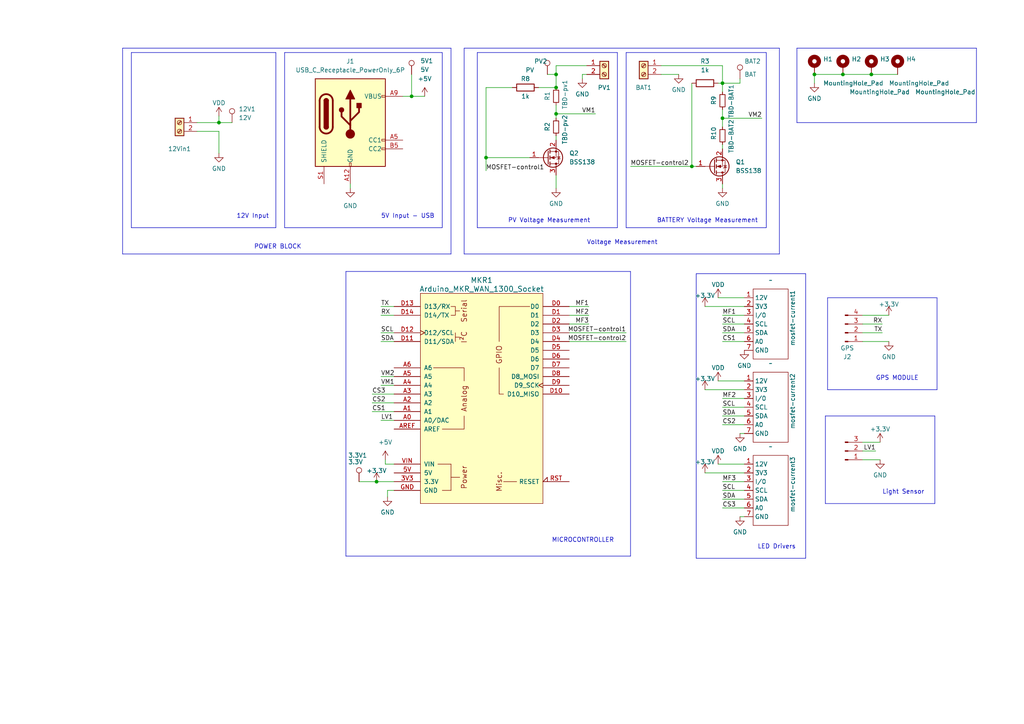
<source format=kicad_sch>
(kicad_sch (version 20230121) (generator eeschema)
  (paper "A4")
  (lib_symbols
    (symbol "Connector:Conn_01x03_Pin" (pin_names (offset 1.016) hide)
      (property "Reference" "J" (at 0 5.08 0))
      (property "Value" "Conn_01x03_Pin" (at 0 -5.08 0))
      (symbol "Conn_01x03_Pin_1_1"
        (polyline (pts (xy 1.27 -2.54) (xy 0.8636 -2.54)) (stroke (width 0.1524)))
        (polyline (pts (xy 1.27 0) (xy 0.8636 0)) (stroke (width 0.1524)))
        (polyline (pts (xy 1.27 2.54) (xy 0.8636 2.54)) (stroke (width 0.1524)))
        (rectangle (start 0.8636 -2.413) (end 0 -2.667) (stroke (width 0.1524)) (fill (type outline)))
        (rectangle (start 0.8636 0.127) (end 0 -0.127) (stroke (width 0.1524)) (fill (type outline)))
        (rectangle (start 0.8636 2.667) (end 0 2.413) (stroke (width 0.1524)) (fill (type outline)))
        (pin passive line (at 5.08 2.54 180) (length 3.81) (name "Pin_1") (number "1"))
        (pin passive line (at 5.08 0 180) (length 3.81) (name "Pin_2") (number "2"))
        (pin passive line (at 5.08 -2.54 180) (length 3.81) (name "Pin_3") (number "3"))
      )
    )
    (symbol "Connector:Conn_01x04_Pin" (pin_names (offset 1.016) hide)
      (property "Reference" "J" (at 0 5.08 0))
      (property "Value" "Conn_01x04_Pin" (at 0 -7.62 0))
      (symbol "Conn_01x04_Pin_1_1"
        (polyline (pts (xy 1.27 -5.08) (xy 0.8636 -5.08)) (stroke (width 0.1524)))
        (polyline (pts (xy 1.27 -2.54) (xy 0.8636 -2.54)) (stroke (width 0.1524)))
        (polyline (pts (xy 1.27 0) (xy 0.8636 0)) (stroke (width 0.1524)))
        (polyline (pts (xy 1.27 2.54) (xy 0.8636 2.54)) (stroke (width 0.1524)))
        (rectangle (start 0.8636 -4.953) (end 0 -5.207) (stroke (width 0.1524)) (fill (type outline)))
        (rectangle (start 0.8636 -2.413) (end 0 -2.667) (stroke (width 0.1524)) (fill (type outline)))
        (rectangle (start 0.8636 0.127) (end 0 -0.127) (stroke (width 0.1524)) (fill (type outline)))
        (rectangle (start 0.8636 2.667) (end 0 2.413) (stroke (width 0.1524)) (fill (type outline)))
        (pin passive line (at 5.08 2.54 180) (length 3.81) (name "Pin_1") (number "1"))
        (pin passive line (at 5.08 0 180) (length 3.81) (name "Pin_2") (number "2"))
        (pin passive line (at 5.08 -2.54 180) (length 3.81) (name "Pin_3") (number "3"))
        (pin passive line (at 5.08 -5.08 180) (length 3.81) (name "Pin_4") (number "4"))
      )
    )
    (symbol "Connector:Screw_Terminal_01x02" (pin_names (offset 1.016) hide)
      (property "Reference" "J" (at 0 2.54 0))
      (property "Value" "Screw_Terminal_01x02" (at 0 -5.08 0))
      (symbol "Screw_Terminal_01x02_1_1"
        (rectangle (start -1.27 1.27) (end 1.27 -3.81) (stroke (width 0.254)) (fill (type background)))
        (circle (center 0 -2.54) (radius 0.635) (stroke (width 0.1524)))
        (polyline (pts (xy -0.5334 -2.2098) (xy 0.3302 -3.048)) (stroke (width 0.1524)))
        (polyline (pts (xy -0.5334 0.3302) (xy 0.3302 -0.508)) (stroke (width 0.1524)))
        (polyline (pts (xy -0.3556 -2.032) (xy 0.508 -2.8702)) (stroke (width 0.1524)))
        (polyline (pts (xy -0.3556 0.508) (xy 0.508 -0.3302)) (stroke (width 0.1524)))
        (circle (center 0 0) (radius 0.635) (stroke (width 0.1524)))
        (pin passive line (at -5.08 0 0) (length 3.81) (name "Pin_1") (number "1"))
        (pin passive line (at -5.08 -2.54 0) (length 3.81) (name "Pin_2") (number "2"))
      )
    )
    (symbol "Connector:TestPoint" (pin_numbers hide) (pin_names (offset 0.762) hide)
      (property "Reference" "TP" (at 0 6.858 0))
      (property "Value" "TestPoint" (at 0 5.08 0))
      (symbol "TestPoint_0_1"
        (circle (center 0 3.302) (radius 0.762))
      )
      (symbol "TestPoint_1_1"
        (pin passive line (at 0 0 90) (length 2.54) (name "1") (number "1"))
      )
    )
    (symbol "Connector:USB_C_Receptacle_PowerOnly_6P" (pin_names (offset 1.016))
      (property "Reference" "J" (at 0 16.51 0))
      (property "Value" "USB_C_Receptacle_PowerOnly_6P" (at 0 13.97 0))
      (symbol "USB_C_Receptacle_PowerOnly_6P_0_0"
        (rectangle (start -0.254 -12.7) (end 0.254 -11.684))
        (rectangle (start 10.16 -7.366) (end 9.144 -7.874))
        (rectangle (start 10.16 -4.826) (end 9.144 -5.334))
        (rectangle (start 10.16 7.874) (end 9.144 7.366))
      )
      (symbol "USB_C_Receptacle_PowerOnly_6P_0_1"
        (rectangle (start -10.16 12.7) (end 10.16 -12.7) (stroke (width 0.254)) (fill (type background)))
        (arc (start -8.89 -1.27) (mid -6.985 -3.1667) (end -5.08 -1.27) (stroke (width 0.508)))
        (arc (start -7.62 -1.27) (mid -6.985 -1.9023) (end -6.35 -1.27) (stroke (width 0.254)))
        (arc (start -7.62 -1.27) (mid -6.985 -1.9023) (end -6.35 -1.27) (stroke (width 0.254)) (fill (type outline)))
        (rectangle (start -7.62 -1.27) (end -6.35 6.35) (stroke (width 0.254)) (fill (type outline)))
        (arc (start -6.35 6.35) (mid -6.985 6.9823) (end -7.62 6.35) (stroke (width 0.254)))
        (arc (start -6.35 6.35) (mid -6.985 6.9823) (end -7.62 6.35) (stroke (width 0.254)) (fill (type outline)))
        (arc (start -5.08 6.35) (mid -6.985 8.2467) (end -8.89 6.35) (stroke (width 0.508)))
        (circle (center -2.54 3.683) (radius 0.635) (stroke (width 0.254)) (fill (type outline)))
        (circle (center 0 -3.302) (radius 1.27) (fill (type outline)))
        (polyline (pts (xy -8.89 -1.27) (xy -8.89 6.35)) (stroke (width 0.508)))
        (polyline (pts (xy -5.08 6.35) (xy -5.08 -1.27)) (stroke (width 0.508)))
        (polyline (pts (xy 0 -3.302) (xy 0 6.858)) (stroke (width 0.508)))
        (polyline (pts (xy 0 -0.762) (xy -2.54 1.778) (xy -2.54 3.048)) (stroke (width 0.508)))
        (polyline (pts (xy 0 0.508) (xy 2.54 3.048) (xy 2.54 4.318)) (stroke (width 0.508)))
        (polyline (pts (xy -1.27 6.858) (xy 0 9.398) (xy 1.27 6.858) (xy -1.27 6.858)) (stroke (width 0.254)) (fill (type outline)))
        (rectangle (start 1.905 4.318) (end 3.175 5.588) (stroke (width 0.254)) (fill (type outline)))
      )
      (symbol "USB_C_Receptacle_PowerOnly_6P_1_1"
        (pin passive line (at 0 -17.78 90) (length 5.08) (name "GND") (number "A12"))
        (pin bidirectional line (at 15.24 -5.08 180) (length 5.08) (name "CC1") (number "A5"))
        (pin passive line (at 15.24 7.62 180) (length 5.08) (name "VBUS") (number "A9"))
        (pin passive line (at 0 -17.78 90) (length 5.08) hide (name "GND") (number "B12"))
        (pin bidirectional line (at 15.24 -7.62 180) (length 5.08) (name "CC2") (number "B5"))
        (pin passive line (at 15.24 7.62 180) (length 5.08) hide (name "VBUS") (number "B9"))
        (pin passive line (at -7.62 -17.78 90) (length 5.08) (name "SHIELD") (number "S1"))
      )
    )
    (symbol "Device:R" (pin_numbers hide) (pin_names (offset 0))
      (property "Reference" "R" (at 2.032 0 90))
      (property "Value" "R" (at 0 0 90))
      (symbol "R_0_1"
        (rectangle (start -1.016 -2.54) (end 1.016 2.54) (stroke (width 0.254)))
      )
      (symbol "R_1_1"
        (pin passive line (at 0 3.81 270) (length 1.27) (name "~") (number "1"))
        (pin passive line (at 0 -3.81 90) (length 1.27) (name "~") (number "2"))
      )
    )
    (symbol "Device:R_Small" (pin_numbers hide) (pin_names (offset 0.254) hide)
      (property "Reference" "R" (at 0.762 0.508 0))
      (property "Value" "R_Small" (at 0.762 -1.016 0))
      (symbol "R_Small_0_1"
        (rectangle (start -0.762 1.778) (end 0.762 -1.778) (stroke (width 0.2032)))
      )
      (symbol "R_Small_1_1"
        (pin passive line (at 0 2.54 270) (length 0.762) (name "~") (number "1"))
        (pin passive line (at 0 -2.54 90) (length 0.762) (name "~") (number "2"))
      )
    )
    (symbol "Mechanical:MountingHole_Pad" (pin_numbers hide) (pin_names (offset 1.016) hide)
      (property "Reference" "H" (at 0 6.35 0))
      (property "Value" "MountingHole_Pad" (at 0 4.445 0))
      (symbol "MountingHole_Pad_0_1"
        (circle (center 0 1.27) (radius 1.27) (stroke (width 1.27)))
      )
      (symbol "MountingHole_Pad_1_1"
        (pin input line (at 0 -2.54 90) (length 2.54) (name "1") (number "1"))
      )
    )
    (symbol "Transistor_FET:BSS138" (pin_names hide)
      (property "Reference" "Q" (at 5.08 1.905 0))
      (property "Value" "BSS138" (at 5.08 0 0))
      (symbol "BSS138_0_1"
        (polyline (pts (xy 0.254 0) (xy -2.54 0)))
        (polyline (pts (xy 0.254 1.905) (xy 0.254 -1.905)) (stroke (width 0.254)))
        (polyline (pts (xy 0.762 -1.27) (xy 0.762 -2.286)) (stroke (width 0.254)))
        (polyline (pts (xy 0.762 0.508) (xy 0.762 -0.508)) (stroke (width 0.254)))
        (polyline (pts (xy 0.762 2.286) (xy 0.762 1.27)) (stroke (width 0.254)))
        (polyline (pts (xy 2.54 2.54) (xy 2.54 1.778)))
        (polyline (pts (xy 2.54 -2.54) (xy 2.54 0) (xy 0.762 0)))
        (polyline (pts (xy 0.762 -1.778) (xy 3.302 -1.778) (xy 3.302 1.778) (xy 0.762 1.778)))
        (polyline (pts (xy 1.016 0) (xy 2.032 0.381) (xy 2.032 -0.381) (xy 1.016 0)) (fill (type outline)))
        (polyline (pts (xy 2.794 0.508) (xy 2.921 0.381) (xy 3.683 0.381) (xy 3.81 0.254)))
        (polyline (pts (xy 3.302 0.381) (xy 2.921 -0.254) (xy 3.683 -0.254) (xy 3.302 0.381)))
        (circle (center 1.651 0) (radius 2.794) (stroke (width 0.254)))
        (circle (center 2.54 -1.778) (radius 0.254) (fill (type outline)))
        (circle (center 2.54 1.778) (radius 0.254) (fill (type outline)))
      )
      (symbol "BSS138_1_1"
        (pin input line (at -5.08 0 0) (length 2.54) (name "G") (number "1"))
        (pin passive line (at 2.54 -5.08 90) (length 2.54) (name "S") (number "2"))
        (pin passive line (at 2.54 5.08 270) (length 2.54) (name "D") (number "3"))
      )
    )
    (symbol "arduino-library:Arduino_MKR_WAN_1300_Socket" (pin_names (offset 1.016))
      (property "Reference" "XA" (at 0 36.83 0))
      (property "Value" "Arduino_MKR_WAN_1300_Socket" (at 0 33.02 0))
      (symbol "Arduino_MKR_WAN_1300_Socket_0_0"
        (rectangle (start -17.78 30.48) (end 17.78 -30.48) (fill (type background)))
        (rectangle (start -12.7 -19.05) (end -8.89 -19.05))
        (rectangle (start -11.43 -26.67) (end -8.89 -26.67))
        (rectangle (start -8.89 -22.86) (end -6.35 -22.86))
        (polyline (pts (xy -8.89 -19.05) (xy -8.89 -26.67)))
        (polyline (pts (xy -7.62 25.4) (xy -6.35 25.4)))
        (polyline (pts (xy -5.08 -5.08) (xy -5.08 -8.89) (xy -11.43 -8.89)))
        (polyline (pts (xy -5.08 5.08) (xy -5.08 8.89) (xy -13.97 8.89)))
        (polyline (pts (xy 5.08 8.89) (xy 5.08 1.27) (xy 6.35 1.27)))
        (polyline (pts (xy 5.08 16.51) (xy 5.08 26.67) (xy 13.97 26.67)))
        (polyline (pts (xy -8.89 26.67) (xy -7.62 26.67) (xy -7.62 24.13) (xy -8.89 24.13)))
        (rectangle (start 6.35 -24.13) (end 10.16 -24.13))
        (text "Analog" (at -5.08 0 900) (effects (font (size 1.524 1.524))))
        (text "I²C" (at -5.08 17.78 900) (effects (font (size 1.524 1.524))))
        (text "Misc." (at 5.08 -24.13 900) (effects (font (size 1.524 1.524))))
        (text "Power" (at -5.08 -22.86 900) (effects (font (size 1.524 1.524))))
        (text "Serial" (at -5.08 25.4 900) (effects (font (size 1.524 1.524))))
      )
      (symbol "Arduino_MKR_WAN_1300_Socket_0_1"
        (polyline (pts (xy -7.62 16.51) (xy -7.62 19.05)))
        (polyline (pts (xy -7.62 17.78) (xy -6.35 17.78)))
      )
      (symbol "Arduino_MKR_WAN_1300_Socket_1_0"
        (text "GPIO" (at 5.08 12.7 900) (effects (font (size 1.524 1.524))))
      )
      (symbol "Arduino_MKR_WAN_1300_Socket_1_1"
        (pin power_out line (at -25.4 -24.13 0) (length 7.62) (name "3.3V") (number "3V3"))
        (pin power_in line (at -25.4 -21.59 0) (length 7.62) (name "5V") (number "5V"))
        (pin bidirectional line (at -25.4 -6.35 0) (length 7.62) (name "A0/DAC") (number "A0"))
        (pin bidirectional line (at -25.4 -3.81 0) (length 7.62) (name "A1") (number "A1"))
        (pin bidirectional line (at -25.4 -1.27 0) (length 7.62) (name "A2") (number "A2"))
        (pin bidirectional line (at -25.4 1.27 0) (length 7.62) (name "A3") (number "A3"))
        (pin bidirectional line (at -25.4 3.81 0) (length 7.62) (name "A4") (number "A4"))
        (pin bidirectional line (at -25.4 6.35 0) (length 7.62) (name "A5") (number "A5"))
        (pin bidirectional line (at -25.4 8.89 0) (length 7.62) (name "A6") (number "A6"))
        (pin input line (at -25.4 -8.89 0) (length 7.62) (name "AREF") (number "AREF"))
        (pin bidirectional line (at 25.4 26.67 180) (length 7.62) (name "D0") (number "D0"))
        (pin bidirectional line (at 25.4 24.13 180) (length 7.62) (name "D1") (number "D1"))
        (pin bidirectional line (at 25.4 1.27 180) (length 7.62) (name "D10_MISO") (number "D10"))
        (pin bidirectional line (at -25.4 16.51 0) (length 7.62) (name "D11/SDA") (number "D11"))
        (pin bidirectional clock (at -25.4 19.05 0) (length 7.62) (name "D12/SCL") (number "D12"))
        (pin bidirectional line (at -25.4 26.67 0) (length 7.62) (name "D13/RX") (number "D13"))
        (pin bidirectional line (at -25.4 24.13 0) (length 7.62) (name "D14/TX") (number "D14"))
        (pin bidirectional line (at 25.4 21.59 180) (length 7.62) (name "D2") (number "D2"))
        (pin bidirectional line (at 25.4 19.05 180) (length 7.62) (name "D3") (number "D3"))
        (pin bidirectional line (at 25.4 16.51 180) (length 7.62) (name "D4") (number "D4"))
        (pin bidirectional line (at 25.4 13.97 180) (length 7.62) (name "D5") (number "D5"))
        (pin bidirectional line (at 25.4 11.43 180) (length 7.62) (name "D6") (number "D6"))
        (pin bidirectional line (at 25.4 8.89 180) (length 7.62) (name "D7") (number "D7"))
        (pin bidirectional line (at 25.4 6.35 180) (length 7.62) (name "D8_MOSI") (number "D8"))
        (pin bidirectional clock (at 25.4 3.81 180) (length 7.62) (name "D9_SCK") (number "D9"))
        (pin power_in line (at -25.4 -26.67 0) (length 7.62) (name "GND") (number "GND"))
        (pin open_collector input_low (at 25.4 -24.13 180) (length 7.62) (name "RESET") (number "RST"))
        (pin power_in line (at -25.4 -19.05 0) (length 7.62) (name "VIN") (number "VIN"))
      )
    )
    (symbol "mosfet-current_1"
      (property "Reference" "mosfet-current1" (at 6.35 -8.89 90))
      (property "Value" "~" (at 0 10.16 0))
      (symbol "mosfet-current_1_0_1"
        (rectangle (start -5.08 7.62) (end 5.08 -12.7))
      )
      (symbol "mosfet-current_1_1_1"
        (pin input line (at -7.62 5.08 0) (length 2.54) (name "12V") (number "1"))
        (pin input line (at -7.62 2.54 0) (length 2.54) (name "3V3") (number "2"))
        (pin input line (at -7.62 0 0) (length 2.54) (name "I/0") (number "3"))
        (pin input line (at -7.62 -2.54 0) (length 2.54) (name "SCL") (number "4"))
        (pin input line (at -7.62 -5.08 0) (length 2.54) (name "SDA") (number "5"))
        (pin input line (at -7.62 -7.62 0) (length 2.54) (name "A0") (number "6"))
        (pin input line (at -7.62 -10.16 0) (length 2.54) (name "GND") (number "7"))
      )
    )
    (symbol "power:+3.3V" (power) (pin_names (offset 0))
      (property "Value" "+3.3V" (at 0 3.556 0))
      (symbol "+3.3V_0_1"
        (polyline (pts (xy -0.762 1.27) (xy 0 2.54)))
        (polyline (pts (xy 0 0) (xy 0 2.54)))
        (polyline (pts (xy 0 2.54) (xy 0.762 1.27)))
      )
      (symbol "+3.3V_1_1"
        (pin power_in line (at 0 0 90) (length 0) hide (name "+3.3V") (number "1"))
      )
    )
    (symbol "power:+5V" (power) (pin_names (offset 0))
      (property "Value" "+5V" (at 0 3.556 0))
      (symbol "+5V_0_1"
        (polyline (pts (xy -0.762 1.27) (xy 0 2.54)))
        (polyline (pts (xy 0 0) (xy 0 2.54)))
        (polyline (pts (xy 0 2.54) (xy 0.762 1.27)))
      )
      (symbol "+5V_1_1"
        (pin power_in line (at 0 0 90) (length 0) hide (name "+5V") (number "1"))
      )
    )
    (symbol "power:GND" (power) (pin_names (offset 0))
      (property "Value" "GND" (at 0 -3.81 0))
      (symbol "GND_0_1"
        (polyline (pts (xy 0 0) (xy 0 -1.27) (xy 1.27 -1.27) (xy 0 -2.54) (xy -1.27 -1.27) (xy 0 -1.27)))
      )
      (symbol "GND_1_1"
        (pin power_in line (at 0 0 270) (length 0) hide (name "GND") (number "1"))
      )
    )
    (symbol "power:VDD" (power) (pin_names (offset 0))
      (property "Value" "VDD" (at 0 3.81 0))
      (symbol "VDD_0_1"
        (polyline (pts (xy -0.762 1.27) (xy 0 2.54)))
        (polyline (pts (xy 0 0) (xy 0 2.54)))
        (polyline (pts (xy 0 2.54) (xy 0.762 1.27)))
      )
      (symbol "VDD_1_1"
        (pin power_in line (at 0 0 90) (length 0) hide (name "VDD") (number "1"))
      )
    )
  )
  (junction (at 63.5 35.56))
  (junction (at 161.29 25.4))
  (junction (at 252.73 21.59))
  (junction (at 236.22 21.59))
  (junction (at 161.29 33.02))
  (junction (at 200.66 48.26))
  (junction (at 209.55 24.13))
  (junction (at 209.55 34.29))
  (junction (at 140.97 45.72))
  (junction (at 244.475 21.59))
  (junction (at 119.38 27.94))
  (junction (at 161.29 21.59))
  (junction (at 109.22 139.7))
  (wire (pts (xy 250.19 93.98) (xy 255.905 93.98)))
  (polyline (pts (xy 38.1 15.24) (xy 80.01 15.24)))
  (wire (pts (xy 209.55 91.44) (xy 215.9 91.44)))
  (wire (pts (xy 101.6 53.34) (xy 101.6 54.61)))
  (polyline (pts (xy 231.14 13.97) (xy 283.21 13.97)))
  (wire (pts (xy 63.5 35.56) (xy 63.5 33.655)))
  (polyline (pts (xy 231.14 13.97) (xy 231.14 35.56)))
  (wire (pts (xy 214.63 149.86) (xy 215.9 149.86)))
  (polyline (pts (xy 80.01 66.04) (xy 38.1 66.04)))
  (wire (pts (xy 250.19 96.52) (xy 255.905 96.52)))
  (wire (pts (xy 107.95 116.84) (xy 114.3 116.84)))
  (polyline (pts (xy 181.61 66.04) (xy 222.25 66.04)))
  (wire (pts (xy 156.21 25.4) (xy 161.29 25.4)))
  (wire (pts (xy 208.28 134.62) (xy 215.9 134.62)))
  (wire (pts (xy 161.29 30.48) (xy 161.29 33.02)))
  (polyline (pts (xy 138.43 66.04) (xy 138.43 15.24)))
  (wire (pts (xy 209.55 24.13) (xy 209.55 26.67)))
  (wire (pts (xy 209.55 96.52) (xy 215.9 96.52)))
  (wire (pts (xy 140.97 45.72) (xy 140.97 49.53)))
  (wire (pts (xy 260.35 21.59) (xy 252.73 21.59)))
  (wire (pts (xy 209.55 34.29) (xy 209.55 36.83)))
  (wire (pts (xy 161.29 50.8) (xy 161.29 54.61)))
  (wire (pts (xy 191.77 19.05) (xy 209.55 19.05)))
  (wire (pts (xy 204.47 137.16) (xy 215.9 137.16)))
  (wire (pts (xy 204.47 113.03) (xy 215.9 113.03)))
  (polyline (pts (xy 231.14 35.56) (xy 283.21 35.56)))
  (polyline (pts (xy 226.06 13.97) (xy 226.06 73.66)))
  (polyline (pts (xy 226.06 73.66) (xy 134.62 73.66)))
  (wire (pts (xy 209.55 118.11) (xy 215.9 118.11)))
  (wire (pts (xy 63.5 44.45) (xy 63.5 38.1)))
  (wire (pts (xy 114.3 142.24) (xy 112.395 142.24)))
  (polyline (pts (xy 138.43 66.04) (xy 179.07 66.04)))
  (polyline (pts (xy 128.27 15.24) (xy 128.27 66.04)))
  (polyline (pts (xy 233.68 161.925) (xy 201.93 161.925)))
  (wire (pts (xy 161.29 21.59) (xy 161.29 25.4)))
  (wire (pts (xy 57.15 35.56) (xy 63.5 35.56)))
  (wire (pts (xy 209.55 54.61) (xy 209.55 53.34)))
  (polyline (pts (xy 271.145 146.05) (xy 239.395 146.05)))
  (wire (pts (xy 214.63 125.73) (xy 215.9 125.73)))
  (wire (pts (xy 165.1 93.98) (xy 170.815 93.98)))
  (polyline (pts (xy 233.68 79.375) (xy 233.68 161.925)))
  (wire (pts (xy 110.49 91.44) (xy 114.3 91.44)))
  (wire (pts (xy 119.38 27.94) (xy 123.19 27.94)))
  (wire (pts (xy 165.1 88.9) (xy 170.815 88.9)))
  (polyline (pts (xy 82.55 15.24) (xy 128.27 15.24)))
  (wire (pts (xy 209.55 123.19) (xy 215.9 123.19)))
  (polyline (pts (xy 271.78 113.03) (xy 271.78 86.36)))
  (wire (pts (xy 209.55 34.29) (xy 220.98 34.29)))
  (polyline (pts (xy 179.07 15.24) (xy 179.07 66.04)))
  (wire (pts (xy 252.73 21.59) (xy 244.475 21.59)))
  (polyline (pts (xy 181.61 15.24) (xy 222.25 15.24)))
  (wire (pts (xy 209.55 144.78) (xy 215.9 144.78)))
  (polyline (pts (xy 82.55 15.24) (xy 82.55 66.04)))
  (polyline (pts (xy 240.03 86.36) (xy 240.03 113.03)))
  (polyline (pts (xy 181.61 66.04) (xy 181.61 15.24)))
  (wire (pts (xy 250.19 128.27) (xy 255.27 128.27)))
  (polyline (pts (xy 130.81 73.66) (xy 35.56 73.66)))
  (wire (pts (xy 161.29 33.02) (xy 161.29 34.29)))
  (wire (pts (xy 109.22 139.7) (xy 114.3 139.7)))
  (wire (pts (xy 209.55 139.7) (xy 215.9 139.7)))
  (wire (pts (xy 182.88 48.26) (xy 200.66 48.26)))
  (wire (pts (xy 110.49 88.9) (xy 114.3 88.9)))
  (polyline (pts (xy 35.56 13.97) (xy 35.56 73.66)))
  (wire (pts (xy 158.75 21.59) (xy 161.29 21.59)))
  (polyline (pts (xy 239.395 120.65) (xy 271.145 120.65)))
  (wire (pts (xy 209.55 115.57) (xy 215.9 115.57)))
  (polyline (pts (xy 201.93 79.375) (xy 201.93 161.925)))
  (wire (pts (xy 111.76 133.35) (xy 111.76 134.62)))
  (polyline (pts (xy 239.395 120.65) (xy 239.395 146.05)))
  (wire (pts (xy 63.5 35.56) (xy 67.31 35.56)))
  (wire (pts (xy 196.85 21.59) (xy 191.77 21.59)))
  (polyline (pts (xy 128.27 66.04) (xy 82.55 66.04)))
  (wire (pts (xy 110.49 96.52) (xy 114.3 96.52)))
  (wire (pts (xy 209.55 31.75) (xy 209.55 34.29)))
  (wire (pts (xy 140.97 25.4) (xy 148.59 25.4)))
  (wire (pts (xy 181.61 99.06) (xy 165.1 99.06)))
  (polyline (pts (xy 130.81 13.97) (xy 130.81 73.66)))
  (polyline (pts (xy 35.56 13.97) (xy 130.81 13.97)))
  (wire (pts (xy 165.1 91.44) (xy 170.815 91.44)))
  (wire (pts (xy 111.76 134.62) (xy 114.3 134.62)))
  (wire (pts (xy 168.91 21.59) (xy 170.18 21.59)))
  (wire (pts (xy 250.19 91.44) (xy 257.81 91.44)))
  (polyline (pts (xy 240.03 113.03) (xy 271.78 113.03)))
  (wire (pts (xy 57.15 38.1) (xy 63.5 38.1)))
  (wire (pts (xy 110.49 121.92) (xy 114.3 121.92)))
  (wire (pts (xy 161.29 33.02) (xy 172.72 33.02)))
  (wire (pts (xy 209.55 120.65) (xy 215.9 120.65)))
  (wire (pts (xy 214.63 22.86) (xy 214.63 24.13)))
  (wire (pts (xy 161.29 39.37) (xy 161.29 40.64)))
  (wire (pts (xy 119.38 21.59) (xy 119.38 27.94)))
  (polyline (pts (xy 271.145 120.65) (xy 271.145 146.05)))
  (wire (pts (xy 250.19 99.06) (xy 257.81 99.06)))
  (wire (pts (xy 161.29 19.05) (xy 161.29 21.59)))
  (wire (pts (xy 140.97 45.72) (xy 153.67 45.72)))
  (wire (pts (xy 107.95 119.38) (xy 114.3 119.38)))
  (wire (pts (xy 215.9 86.36) (xy 208.28 86.36)))
  (polyline (pts (xy 100.33 78.74) (xy 100.33 161.29)))
  (wire (pts (xy 208.28 24.13) (xy 209.55 24.13)))
  (wire (pts (xy 200.66 24.13) (xy 200.66 48.26)))
  (wire (pts (xy 168.91 21.59) (xy 168.91 22.86)))
  (wire (pts (xy 110.49 111.76) (xy 114.3 111.76)))
  (wire (pts (xy 116.84 27.94) (xy 119.38 27.94)))
  (wire (pts (xy 107.95 114.3) (xy 114.3 114.3)))
  (polyline (pts (xy 283.21 35.56) (xy 283.21 13.97)))
  (wire (pts (xy 236.22 21.59) (xy 236.22 24.13)))
  (polyline (pts (xy 138.43 15.24) (xy 179.07 15.24)))
  (wire (pts (xy 204.47 88.9) (xy 215.9 88.9)))
  (wire (pts (xy 209.55 99.06) (xy 215.9 99.06)))
  (wire (pts (xy 110.49 109.22) (xy 114.3 109.22)))
  (wire (pts (xy 209.55 41.91) (xy 209.55 43.18)))
  (wire (pts (xy 209.55 142.24) (xy 215.9 142.24)))
  (wire (pts (xy 112.395 142.24) (xy 112.395 144.145)))
  (polyline (pts (xy 134.62 13.97) (xy 226.06 13.97)))
  (wire (pts (xy 181.61 96.52) (xy 165.1 96.52)))
  (wire (pts (xy 214.63 24.13) (xy 209.55 24.13)))
  (wire (pts (xy 200.66 48.26) (xy 201.93 48.26)))
  (wire (pts (xy 215.9 110.49) (xy 208.28 110.49)))
  (wire (pts (xy 170.18 19.05) (xy 161.29 19.05)))
  (polyline (pts (xy 240.03 86.36) (xy 271.78 86.36)))
  (wire (pts (xy 244.475 21.59) (xy 236.22 21.59)))
  (wire (pts (xy 110.49 99.06) (xy 114.3 99.06)))
  (polyline (pts (xy 38.1 15.24) (xy 38.1 66.04)))
  (polyline (pts (xy 182.88 161.29) (xy 182.88 78.74)))
  (polyline (pts (xy 100.33 161.29) (xy 182.88 161.29)))
  (polyline (pts (xy 134.62 13.97) (xy 134.62 73.66)))
  (wire (pts (xy 209.55 147.32) (xy 215.9 147.32)))
  (wire (pts (xy 209.55 19.05) (xy 209.55 24.13)))
  (polyline (pts (xy 201.93 79.375) (xy 233.68 79.375)))
  (polyline (pts (xy 80.01 15.24) (xy 80.01 66.04)))
  (wire (pts (xy 104.14 139.7) (xy 109.22 139.7)))
  (wire (pts (xy 250.19 133.35) (xy 255.27 133.35)))
  (wire (pts (xy 254 130.81) (xy 250.19 130.81)))
  (polyline (pts (xy 222.25 15.24) (xy 222.25 66.04)))
  (polyline (pts (xy 100.33 78.74) (xy 182.88 78.74)))
  (wire (pts (xy 140.97 25.4) (xy 140.97 45.72)))
  (wire (pts (xy 209.55 93.98) (xy 215.9 93.98)))
  (text "PV Voltage Measurement" (at 147.32 64.77 0) (effects (font (size 1.27 1.27)) (justify left bottom)))
  (text "Light Sensor" (at 255.905 143.51 0) (effects (font (size 1.27 1.27)) (justify left bottom)))
  (text "LED Drivers" (at 219.71 159.385 0) (effects (font (size 1.27 1.27)) (justify left bottom)))
  (text "BATTERY Voltage Measurement" (at 190.5 64.77 0) (effects (font (size 1.27 1.27)) (justify left bottom)))
  (text "5V Input - USB" (at 110.49 63.5 0) (effects (font (size 1.27 1.27)) (justify left bottom)))
  (text "12V Input" (at 68.58 63.5 0) (effects (font (size 1.27 1.27)) (justify left bottom)))
  (text "POWER BLOCK" (at 73.66 72.39 0) (effects (font (size 1.27 1.27)) (justify left bottom)))
  (text "MICROCONTROLLER" (at 160.02 157.48 0) (effects (font (size 1.27 1.27)) (justify left bottom)))
  (text "Voltage Measurement" (at 170.18 71.12 0) (effects (font (size 1.27 1.27)) (justify left bottom)))
  (text "GPS MODULE" (at 254 110.49 0) (effects (font (size 1.27 1.27)) (justify left bottom)))
  (label "SDA" (at 209.55 96.52 0))
  (label "MF3" (at 170.815 93.98 180))
  (label "MF1" (at 209.55 91.44 0))
  (label "VM2" (at 110.49 109.22 0))
  (label "SCL" (at 209.55 142.24 0))
  (label "SCL" (at 209.55 93.98 0))
  (label "VM2" (at 220.98 34.29 180))
  (label "MOSFET-control1" (at 140.97 49.53 0))
  (label "RX" (at 255.905 93.98 180))
  (label "TX" (at 255.905 96.52 180))
  (label "RX" (at 110.49 91.44 0))
  (label "VM1" (at 172.72 33.02 180))
  (label "LV1" (at 110.49 121.92 0))
  (label "CS1" (at 209.55 99.06 0))
  (label "SDA" (at 110.49 99.06 0))
  (label "CS3" (at 209.55 147.32 0))
  (label "CS3" (at 107.95 114.3 0))
  (label "VM1" (at 110.49 111.76 0))
  (label "MF2" (at 209.55 115.57 0))
  (label "CS1" (at 107.95 119.38 0))
  (label "MF1" (at 170.815 88.9 180))
  (label "MOSFET-control2" (at 181.61 99.06 180))
  (label "MF3" (at 209.55 139.7 0))
  (label "SDA" (at 209.55 120.65 0))
  (label "LV1" (at 254 130.81 180))
  (label "SDA" (at 209.55 144.78 0))
  (label "CS2" (at 107.95 116.84 0))
  (label "SCL" (at 110.49 96.52 0))
  (label "MF2" (at 170.815 91.44 180))
  (label "TX" (at 110.49 88.9 0))
  (label "MOSFET-control2" (at 182.88 48.26 0))
  (label "CS2" (at 209.55 123.19 0))
  (label "MOSFET-control1" (at 181.61 96.52 180))
  (label "SCL" (at 209.55 118.11 0))
  (symbol (lib_id "Mechanical:MountingHole_Pad") (at 244.475 19.05 0) (unit 1)
    (property "Reference" "H2" (at 247.015 17.145 0) (effects (justify left)))
    (property "Value" "MountingHole_Pad" (at 246.38 26.67 0) (effects (justify left)))
    (property "Footprint" "MountingHole:MountingHole_3.5mm_Pad" (effects hide))
  )
  (symbol (lib_id "Connector:USB_C_Receptacle_PowerOnly_6P") (at 101.6 35.56 0) (unit 1)
    (property "Reference" "J1" (at 101.6 17.78 0))
    (property "Value" "USB_C_Receptacle_PowerOnly_6P" (at 101.6 20.32 0))
    (property "Footprint" "Connector_USB:USB_C_Receptacle_GCT_USB4135-GF-A_6P_TopMnt_Horizontal" (effects hide))
    (property "Datasheet" "https://www.usb.org/sites/default/files/documents/usb_type-c.zip" (effects hide))
  )
  (symbol (lib_id "power:GND") (at 214.63 149.86 0) (unit 1)
    (property "Reference" "#PWR027" (effects hide))
    (property "Value" "GND" (at 214.63 154.305 0))
  )
  (symbol (lib_id "power:VDD") (at 208.28 110.49 0) (unit 1)
    (property "Reference" "#PWR015" (effects hide))
    (property "Value" "VDD" (at 208.28 106.68 0))
  )
  (symbol (lib_id "power:GND") (at 214.63 125.73 0) (unit 1)
    (property "Reference" "#PWR013" (effects hide))
    (property "Value" "GND" (at 214.63 130.175 0))
  )
  (symbol (lib_id "power:+3.3V") (at 109.22 139.7 0) (unit 1)
    (property "Reference" "#PWR024" (effects hide))
    (property "Value" "+3.3V" (at 109.22 136.525 0))
  )
  (symbol (lib_id "Device:R_Small") (at 209.55 29.21 0) (unit 1)
    (property "Reference" "R9" (at 207.01 30.48 90) (effects (justify left)))
    (property "Value" "TBD-BAT1" (at 212.09 34.29 90) (effects (justify left)))
    (property "Footprint" "Resistor_SMD:R_0805_2012Metric_Pad1.20x1.40mm_HandSolder" (effects hide))
  )
  (symbol (lib_id "power:+5V") (at 123.19 27.94 0) (unit 1)
    (property "Reference" "#PWR025" (effects hide))
    (property "Value" "+5V" (at 123.19 22.86 0))
  )
  (symbol (lib_id "Transistor_FET:BSS138") (at 207.01 48.26 0) (mirror x) (unit 1)
    (property "Reference" "Q1" (at 213.36 46.9899 0) (effects (justify left)))
    (property "Value" "BSS138" (at 213.36 49.5299 0) (effects (justify left)))
    (property "Footprint" "Package_TO_SOT_SMD:SOT-23" (effects hide))
    (property "Datasheet" "https://www.onsemi.com/pub/Collateral/BSS138-D.PDF" (effects hide))
  )
  (symbol (lib_id "power:GND") (at 255.27 133.35 0) (mirror y) (unit 1)
    (property "Reference" "#PWR030" (effects hide))
    (property "Value" "GND" (at 255.27 137.795 0))
  )
  (symbol (lib_id "power:GND") (at 196.85 21.59 0) (unit 1)
    (property "Reference" "#PWR02" (effects hide))
    (property "Value" "GND" (at 196.85 26.035 0))
  )
  (symbol (lib_id "power:GND") (at 236.22 24.13 0) (unit 1)
    (property "Reference" "#PWR05" (effects hide))
    (property "Value" "GND" (at 236.22 28.575 0))
  )
  (symbol (lib_id "power:+3.3V") (at 257.81 91.44 0) (unit 1)
    (property "Reference" "#PWR041" (effects hide))
    (property "Value" "+3.3V" (at 257.81 88.265 0))
  )
  (symbol (lib_id "Connector:TestPoint") (at 214.63 22.86 0) (unit 1)
    (property "Reference" "BAT2" (at 215.9 17.78 0) (effects (justify left)))
    (property "Value" "BAT" (at 215.9 21.59 0) (effects (justify left)))
    (property "Footprint" "TestPoint:TestPoint_Pad_2.0x2.0mm" (effects hide))
  )
  (symbol (lib_id "power:GND") (at 215.9 101.6 0) (unit 1)
    (property "Reference" "#PWR010" (effects hide))
    (property "Value" "GND" (at 215.9 106.045 0))
  )
  (symbol (lib_id "Connector:Screw_Terminal_01x02") (at 52.07 35.56 0) (mirror y) (unit 1)
    (property "Reference" "12Vin1" (at 52.07 43.18 0))
    (property "Value" "Screw_Terminal_01x02" (effects hide))
    (property "Footprint" "TerminalBlock_Phoenix:TerminalBlock_Phoenix_PT-1,5-2-5.0-H_1x02_P5.00mm_Horizontal" (effects hide))
  )
  (symbol (lib_id "Mechanical:MountingHole_Pad") (at 236.22 19.05 0) (unit 1)
    (property "Reference" "H1" (at 238.76 17.145 0) (effects (justify left)))
    (property "Value" "MountingHole_Pad" (at 238.76 24.13 0) (effects (justify left)))
    (property "Footprint" "MountingHole:MountingHole_3.5mm_Pad" (effects hide))
  )
  (symbol (lib_id "power:GND") (at 161.29 54.61 0) (unit 1)
    (property "Reference" "#PWR08" (effects hide))
    (property "Value" "GND" (at 161.29 59.055 0))
  )
  (symbol (lib_id "Device:R_Small") (at 161.29 27.94 0) (unit 1)
    (property "Reference" "R1" (at 158.75 29.21 90) (effects (justify left)))
    (property "Value" "TBD-pv1" (at 163.83 31.75 90) (effects (justify left)))
    (property "Footprint" "Resistor_SMD:R_0805_2012Metric_Pad1.20x1.40mm_HandSolder" (effects hide))
  )
  (symbol (lib_id "Transistor_FET:BSS138") (at 158.75 45.72 0) (mirror x) (unit 1)
    (property "Reference" "Q2" (at 165.1 44.4499 0) (effects (justify left)))
    (property "Value" "BSS138" (at 165.1 46.9899 0) (effects (justify left)))
    (property "Footprint" "Package_TO_SOT_SMD:SOT-23" (effects hide))
    (property "Datasheet" "https://www.onsemi.com/pub/Collateral/BSS138-D.PDF" (effects hide))
  )
  (symbol (lib_name "mosfet-current_1") (lib_id "own_symbols:mosfet-current") (at 223.52 115.57 0) (unit 1)
    (property "Reference" "mosfet-current2" (at 229.87 124.46 90) (effects (justify left)))
    (property "Value" "~" (at 223.52 105.41 0))
    (property "Footprint" "own_footprints:mosfet-current" (effects hide))
  )
  (symbol (lib_id "Connector:Conn_01x03_Pin") (at 245.11 130.81 0) (mirror x) (unit 1)
    (property "Reference" "day/night-sensor1" (effects hide))
    (property "Value" "Conn_01x03_Pin" (effects hide))
    (property "Footprint" "TerminalBlock_Phoenix:TerminalBlock_Phoenix_MKDS-1,5-3_1x03_P5.00mm_Horizontal" (effects hide))
  )
  (symbol (lib_id "power:GND") (at 257.81 99.06 0) (unit 1)
    (property "Reference" "#PWR038" (effects hide))
    (property "Value" "GND" (at 257.81 103.505 0))
  )
  (symbol (lib_id "Connector:Screw_Terminal_01x02") (at 186.69 19.05 0) (mirror y) (unit 1)
    (property "Reference" "BAT1" (at 186.69 25.4 0))
    (property "Value" "Screw_Terminal_01x02" (effects hide))
    (property "Footprint" "TerminalBlock_Phoenix:TerminalBlock_Phoenix_PT-1,5-2-5.0-H_1x02_P5.00mm_Horizontal" (effects hide))
  )
  (symbol (lib_id "Connector:Conn_01x04_Pin") (at 245.11 96.52 0) (mirror x) (unit 1)
    (property "Reference" "J2" (at 245.745 103.505 0))
    (property "Value" "GPS" (at 245.745 100.965 0))
    (property "Footprint" "own_footprints:GYS-GPS" (effects hide))
  )
  (symbol (lib_name "mosfet-current_1") (lib_id "own_symbols:mosfet-current") (at 223.52 91.44 0) (unit 1)
    (property "Reference" "mosfet-current1" (at 229.87 100.33 90) (effects (justify left)))
    (property "Value" "~" (at 223.52 81.28 0))
    (property "Footprint" "own_footprints:mosfet-current" (effects hide))
  )
  (symbol (lib_id "Connector:TestPoint") (at 158.75 21.59 0) (unit 1)
    (property "Reference" "PV2" (at 154.94 17.78 0) (effects (justify left)))
    (property "Value" "PV" (at 152.4 20.32 0) (effects (justify left)))
    (property "Footprint" "TestPoint:TestPoint_Pad_2.0x2.0mm" (effects hide))
  )
  (symbol (lib_id "Connector:TestPoint") (at 119.38 21.59 0) (unit 1)
    (property "Reference" "5V1" (at 121.92 17.653 0) (effects (justify left)))
    (property "Value" "5V" (at 121.92 20.193 0) (effects (justify left)))
    (property "Footprint" "TestPoint:TestPoint_Pad_2.0x2.0mm" (effects hide))
  )
  (symbol (lib_id "power:+3.3V") (at 204.47 113.03 0) (unit 1)
    (property "Reference" "#PWR012" (effects hide))
    (property "Value" "+3.3V" (at 204.47 109.855 0))
  )
  (symbol (lib_id "arduino-library:Arduino_MKR_WAN_1300_Socket") (at 139.7 115.57 0) (unit 1)
    (property "Reference" "MKR1" (at 139.7 81.28 0) (effects (font (size 1.524 1.524))))
    (property "Value" "Arduino_MKR_WAN_1300_Socket" (at 139.7 83.82 0) (effects (font (size 1.524 1.524))))
    (property "Footprint" "own_footprints:Arduino_MKR_FOX_1200_Socket" (effects hide))
    (property "Datasheet" "https://docs.arduino.cc/hardware/mkr-wan-1300" (effects hide))
  )
  (symbol (lib_id "power:GND") (at 209.55 54.61 0) (unit 1)
    (property "Reference" "#PWR03" (effects hide))
    (property "Value" "GND" (at 209.55 59.055 0))
  )
  (symbol (lib_id "power:VDD") (at 63.5 33.655 0) (unit 1)
    (property "Reference" "#PWR01" (effects hide))
    (property "Value" "VDD" (at 63.5 29.845 0))
  )
  (symbol (lib_id "Mechanical:MountingHole_Pad") (at 252.73 19.05 0) (unit 1)
    (property "Reference" "H3" (at 255.27 17.145 0) (effects (justify left)))
    (property "Value" "MountingHole_Pad" (at 257.81 24.13 0) (effects (justify left)))
    (property "Footprint" "MountingHole:MountingHole_3.5mm_Pad" (effects hide))
  )
  (symbol (lib_id "power:+5V") (at 111.76 133.35 0) (unit 1)
    (property "Reference" "#PWR07" (effects hide))
    (property "Value" "+5V" (at 111.76 128.27 0))
  )
  (symbol (lib_id "power:GND") (at 112.395 144.145 0) (unit 1)
    (property "Reference" "#PWR029" (effects hide))
    (property "Value" "GND" (at 112.395 148.59 0))
  )
  (symbol (lib_id "Device:R") (at 204.47 24.13 270) (unit 1)
    (property "Reference" "R3" (at 204.47 17.78 90))
    (property "Value" "1k" (at 204.47 20.32 90))
    (property "Footprint" "Resistor_SMD:R_0805_2012Metric_Pad1.20x1.40mm_HandSolder" (effects hide))
  )
  (symbol (lib_id "Device:R_Small") (at 209.55 39.37 0) (unit 1)
    (property "Reference" "R10" (at 207.01 40.64 90) (effects (justify left)))
    (property "Value" "TBD-BAT2" (at 212.09 44.45 90) (effects (justify left)))
    (property "Footprint" "Resistor_SMD:R_0805_2012Metric_Pad1.20x1.40mm_HandSolder" (effects hide))
  )
  (symbol (lib_id "power:VDD") (at 208.28 86.36 0) (unit 1)
    (property "Reference" "#PWR09" (effects hide))
    (property "Value" "VDD" (at 208.28 82.55 0))
  )
  (symbol (lib_id "Device:R") (at 152.4 25.4 270) (unit 1)
    (property "Reference" "R8" (at 152.4 22.86 90))
    (property "Value" "1k" (at 152.4 27.94 90))
    (property "Footprint" "Resistor_SMD:R_0805_2012Metric_Pad1.20x1.40mm_HandSolder" (effects hide))
  )
  (symbol (lib_id "Connector:Screw_Terminal_01x02") (at 175.26 19.05 0) (unit 1)
    (property "Reference" "PV1" (at 175.26 25.4 0))
    (property "Value" "Screw_Terminal_01x02" (effects hide))
    (property "Footprint" "TerminalBlock_Phoenix:TerminalBlock_Phoenix_PT-1,5-2-5.0-H_1x02_P5.00mm_Horizontal" (effects hide))
  )
  (symbol (lib_id "power:GND") (at 63.5 44.45 0) (unit 1)
    (property "Reference" "#PWR04" (effects hide))
    (property "Value" "GND" (at 63.5 48.895 0))
  )
  (symbol (lib_id "Device:R_Small") (at 161.29 36.83 0) (unit 1)
    (property "Reference" "R2" (at 158.75 38.1 90) (effects (justify left)))
    (property "Value" "TBD-pv2" (at 163.83 41.91 90) (effects (justify left)))
    (property "Footprint" "Resistor_SMD:R_0805_2012Metric_Pad1.20x1.40mm_HandSolder" (effects hide))
  )
  (symbol (lib_id "power:+3.3V") (at 204.47 137.16 0) (unit 1)
    (property "Reference" "#PWR014" (effects hide))
    (property "Value" "+3.3V" (at 204.47 133.985 0))
  )
  (symbol (lib_id "Connector:TestPoint") (at 67.31 35.56 0) (unit 1)
    (property "Reference" "12V1" (at 69.215 31.623 0) (effects (justify left)))
    (property "Value" "12V" (at 69.215 34.163 0) (effects (justify left)))
    (property "Footprint" "TestPoint:TestPoint_Pad_2.0x2.0mm" (effects hide))
  )
  (symbol (lib_id "Mechanical:MountingHole_Pad") (at 260.35 19.05 0) (unit 1)
    (property "Reference" "H4" (at 262.89 17.145 0) (effects (justify left)))
    (property "Value" "MountingHole_Pad" (at 265.43 26.67 0) (effects (justify left)))
    (property "Footprint" "MountingHole:MountingHole_3.5mm_Pad" (effects hide))
  )
  (symbol (lib_id "power:+3.3V") (at 255.27 128.27 0) (mirror y) (unit 1)
    (property "Reference" "#PWR028" (effects hide))
    (property "Value" "+3.3V" (at 255.27 124.46 0))
  )
  (symbol (lib_id "power:+3.3V") (at 204.47 88.9 0) (unit 1)
    (property "Reference" "#PWR011" (effects hide))
    (property "Value" "+3.3V" (at 204.47 85.725 0))
  )
  (symbol (lib_id "Connector:TestPoint") (at 104.14 139.7 0) (unit 1)
    (property "Reference" "3.3V1" (at 100.965 132.08 0) (effects (justify left)))
    (property "Value" "3.3V" (at 100.965 133.985 0) (effects (justify left)))
    (property "Footprint" "TestPoint:TestPoint_Pad_2.0x2.0mm" (effects hide))
  )
  (symbol (lib_id "power:GND") (at 168.91 22.86 0) (unit 1)
    (property "Reference" "#PWR06" (effects hide))
    (property "Value" "GND" (at 168.91 27.305 0))
  )
  (symbol (lib_name "mosfet-current_1") (lib_id "own_symbols:mosfet-current") (at 223.52 139.7 0) (unit 1)
    (property "Reference" "mosfet-current3" (at 229.87 148.59 90) (effects (justify left)))
    (property "Value" "~" (at 223.52 129.54 0))
    (property "Footprint" "own_footprints:mosfet-current" (effects hide))
  )
  (symbol (lib_id "power:VDD") (at 208.28 134.62 0) (unit 1)
    (property "Reference" "#PWR020" (effects hide))
    (property "Value" "VDD" (at 208.28 130.81 0))
  )
  (symbol (lib_id "power:GND") (at 101.6 54.61 0) (unit 1)
    (property "Reference" "#PWR026" (effects hide))
    (property "Value" "GND" (at 101.6 59.69 0))
  )
)
</source>
